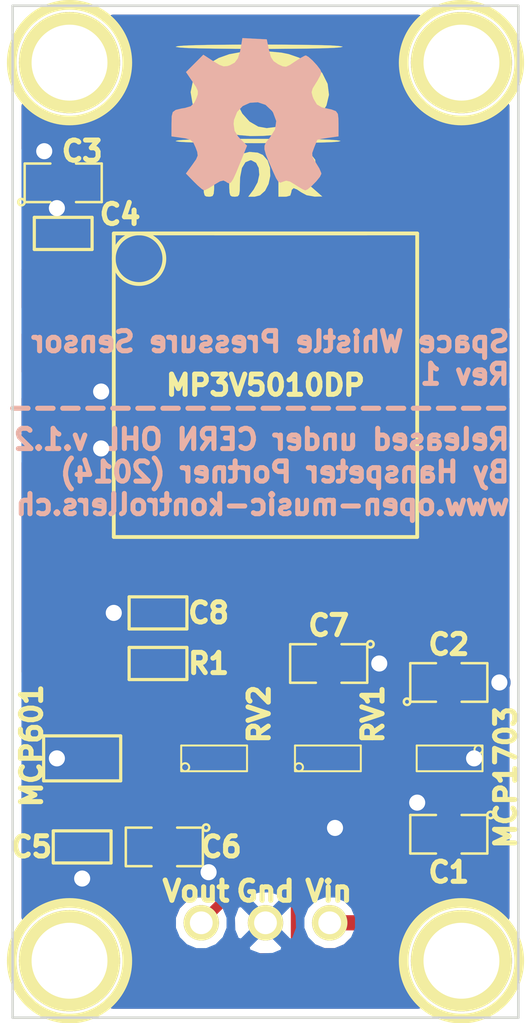
<source format=kicad_pcb>
(kicad_pcb (version 3) (host pcbnew "(2013-may-18)-stable")

  (general
    (links 31)
    (no_connects 0)
    (area 11.507112 9.91778 32.480501 53.433)
    (thickness 1.6)
    (drawings 10)
    (tracks 97)
    (zones 0)
    (modules 21)
    (nets 8)
  )

  (page User 431.8 279.4)
  (title_block 
    (title "Space Whistle Pressure Sensor")
    (rev 1)
    (company "by Open Music Kontrollers (http://open-music-kontrollers.ch)")
    (comment 1 "Released under CERN OHL v.1.2")
    (comment 2 "Copyright (c) 2014 Hanspeter Portner (dev@open-music-kontrollers.ch)")
  )

  (layers
    (15 F.Cu signal)
    (0 B.Cu signal)
    (16 B.Adhes user)
    (17 F.Adhes user)
    (18 B.Paste user)
    (19 F.Paste user)
    (20 B.SilkS user)
    (21 F.SilkS user)
    (22 B.Mask user)
    (23 F.Mask user)
    (24 Dwgs.User user)
    (25 Cmts.User user)
    (26 Eco1.User user)
    (27 Eco2.User user)
    (28 Edge.Cuts user)
  )

  (setup
    (last_trace_width 0.4)
    (trace_clearance 0.254)
    (zone_clearance 0.3)
    (zone_45_only no)
    (trace_min 0.254)
    (segment_width 0.2)
    (edge_width 0.1)
    (via_size 0.889)
    (via_drill 0.635)
    (via_min_size 0.889)
    (via_min_drill 0.508)
    (uvia_size 0.508)
    (uvia_drill 0.127)
    (uvias_allowed no)
    (uvia_min_size 0.508)
    (uvia_min_drill 0.127)
    (pcb_text_width 0.3)
    (pcb_text_size 1.5 1.5)
    (mod_edge_width 0.15)
    (mod_text_size 1 1)
    (mod_text_width 0.15)
    (pad_size 0.6 1.1)
    (pad_drill 0)
    (pad_to_mask_clearance 0)
    (pad_to_paste_clearance -0.0225)
    (pad_to_paste_clearance_ratio -0.05)
    (aux_axis_origin 12 12)
    (visible_elements FFFFFFBF)
    (pcbplotparams
      (layerselection 524288)
      (usegerberextensions false)
      (excludeedgelayer true)
      (linewidth 0.150000)
      (plotframeref false)
      (viasonmask false)
      (mode 1)
      (useauxorigin true)
      (hpglpennumber 1)
      (hpglpenspeed 20)
      (hpglpendiameter 15)
      (hpglpenoverlay 2)
      (psnegative false)
      (psa4output false)
      (plotreference true)
      (plotvalue true)
      (plotothertext true)
      (plotinvisibletext false)
      (padsonsilk false)
      (subtractmaskfromsilk false)
      (outputformat 3)
      (mirror false)
      (drillshape 0)
      (scaleselection 1)
      (outputdirectory release/))
  )

  (net 0 "")
  (net 1 +3.3V)
  (net 2 +5V)
  (net 3 GND)
  (net 4 N-000001)
  (net 5 N-000003)
  (net 6 N-000005)
  (net 7 N-000006)

  (net_class Default "Dies ist die voreingestellte Netzklasse."
    (clearance 0.254)
    (trace_width 0.4)
    (via_dia 0.889)
    (via_drill 0.635)
    (uvia_dia 0.508)
    (uvia_drill 0.127)
    (add_net "")
    (add_net GND)
    (add_net N-000001)
    (add_net N-000003)
    (add_net N-000005)
    (add_net N-000006)
  )

  (net_class Vcc ""
    (clearance 0.254)
    (trace_width 0.6)
    (via_dia 0.889)
    (via_drill 0.635)
    (uvia_dia 0.508)
    (uvia_drill 0.127)
    (add_net +3.3V)
    (add_net +5V)
  )

  (module 1351 (layer F.Cu) (tedit 53D7B493) (tstamp 53D7B876)
    (at 22 27)
    (path /53D7AFCF)
    (fp_text reference S1 (at 0 0) (layer F.SilkS) hide
      (effects (font (size 1 1) (thickness 0.15)))
    )
    (fp_text value MP3V5010DP (at 0 0) (layer F.SilkS)
      (effects (font (size 0.8 0.8) (thickness 0.2)))
    )
    (fp_circle (center -5 -5) (end -5 -4) (layer F.SilkS) (width 0.15))
    (fp_line (start -5 -10) (end -3 -12) (layer Dwgs.User) (width 0.15))
    (fp_line (start -3 -12) (end -1 -10) (layer Dwgs.User) (width 0.15))
    (fp_line (start -1 -10) (end -2 -10) (layer Dwgs.User) (width 0.15))
    (fp_line (start -2 -10) (end -2 -6) (layer Dwgs.User) (width 0.15))
    (fp_line (start -2 -6) (end 4 -6) (layer F.SilkS) (width 0.15))
    (fp_line (start 4 -6) (end 4 -10) (layer Dwgs.User) (width 0.15))
    (fp_line (start 4 -10) (end 5 -10) (layer Dwgs.User) (width 0.15))
    (fp_line (start 5 -10) (end 3 -12) (layer Dwgs.User) (width 0.15))
    (fp_line (start 3 -12) (end 1 -10) (layer Dwgs.User) (width 0.15))
    (fp_line (start 1 -10) (end 2 -10) (layer Dwgs.User) (width 0.15))
    (fp_line (start 2 -10) (end 2 -6) (layer Dwgs.User) (width 0.15))
    (fp_line (start -4 -6) (end -4 -10) (layer Dwgs.User) (width 0.15))
    (fp_line (start -4 -10) (end -5 -10) (layer Dwgs.User) (width 0.15))
    (fp_line (start -6 -6) (end -6 6) (layer F.SilkS) (width 0.15))
    (fp_line (start -6 6) (end 6 6) (layer F.SilkS) (width 0.15))
    (fp_line (start 6 6) (end 6 -6) (layer F.SilkS) (width 0.15))
    (fp_line (start 6 -6) (end -6 -6) (layer F.SilkS) (width 0.15))
    (pad 1 smd rect (at -8.38 -3.81) (size 2.54 1.52)
      (layers F.Cu F.Paste F.Mask)
    )
    (pad 2 smd rect (at -8.38 -1.27) (size 2.54 1.52)
      (layers F.Cu F.Paste F.Mask)
      (net 1 +3.3V)
    )
    (pad 3 smd rect (at -8.38 1.27) (size 2.54 1.52)
      (layers F.Cu F.Paste F.Mask)
      (net 3 GND)
    )
    (pad 4 smd rect (at -8.38 3.81) (size 2.54 1.52)
      (layers F.Cu F.Paste F.Mask)
      (net 5 N-000003)
    )
    (pad 5 smd rect (at 8.38 3.81) (size 2.54 1.52)
      (layers F.Cu F.Paste F.Mask)
    )
    (pad 6 smd rect (at 8.38 1.27) (size 2.54 1.52)
      (layers F.Cu F.Paste F.Mask)
    )
    (pad 7 smd rect (at 8.38 -1.27) (size 2.54 1.52)
      (layers F.Cu F.Paste F.Mask)
    )
    (pad 8 smd rect (at 8.38 -3.81) (size 2.54 1.52)
      (layers F.Cu F.Paste F.Mask)
    )
  )

  (module SOT23-5 (layer F.Cu) (tedit 53D790C5) (tstamp 53D37949)
    (at 14.75 41.75 180)
    (path /53D64AE6)
    (attr smd)
    (fp_text reference U2 (at 2.19964 -0.29972 270) (layer F.SilkS) hide
      (effects (font (size 0.8 0.8) (thickness 0.2)))
    )
    (fp_text value MCP601 (at 2 0.5 270) (layer F.SilkS)
      (effects (font (size 0.8 0.8) (thickness 0.2)))
    )
    (fp_line (start 1.524 -0.889) (end 1.524 0.889) (layer F.SilkS) (width 0.127))
    (fp_line (start 1.524 0.889) (end -1.524 0.889) (layer F.SilkS) (width 0.127))
    (fp_line (start -1.524 0.889) (end -1.524 -0.889) (layer F.SilkS) (width 0.127))
    (fp_line (start -1.524 -0.889) (end 1.524 -0.889) (layer F.SilkS) (width 0.127))
    (pad 6 smd rect (at -0.95 1.4 180) (size 0.6 1.1)
      (layers F.Cu F.Paste F.Mask)
      (net 6 N-000005)
    )
    (pad 3 smd rect (at 0.95 1.4 180) (size 0.6 1.1)
      (layers F.Cu F.Paste F.Mask)
      (net 5 N-000003)
    )
    (pad 7 smd rect (at -0.95 -1.4 180) (size 0.6 1.1)
      (layers F.Cu F.Paste F.Mask)
      (net 1 +3.3V)
    )
    (pad 4 smd rect (at 0 1.4 180) (size 0.6 1.1)
      (layers F.Cu F.Paste F.Mask)
      (net 3 GND)
    )
    (pad 2 smd rect (at 0.95 -1.4 180) (size 0.6 1.1)
      (layers F.Cu F.Paste F.Mask)
      (net 7 N-000006)
    )
    (model smd/SOT23_5.wrl
      (at (xyz 0 0 0))
      (scale (xyz 0.1 0.1 0.1))
      (rotate (xyz 0 0 0))
    )
  )

  (module SIL-3 (layer F.Cu) (tedit 53D66564) (tstamp 53CE9FBA)
    (at 22 48.25 180)
    (descr "Connecteur 3 pins")
    (tags "CONN DEV")
    (path /53CE9026)
    (fp_text reference K1 (at 0 -2.54 180) (layer F.SilkS) hide
      (effects (font (size 1.7907 1.07696) (thickness 0.26924)))
    )
    (fp_text value CONN_3 (at 0 -2.54 180) (layer F.SilkS) hide
      (effects (font (size 1.524 1.016) (thickness 0.3048)))
    )
    (pad 1 thru_hole circle (at -2.54 0 180) (size 1.4 1.4) (drill 0.9)
      (layers *.Cu *.Mask F.SilkS)
      (net 2 +5V)
    )
    (pad 2 thru_hole circle (at 0 0 180) (size 1.4 1.4) (drill 0.9)
      (layers *.Cu *.Mask F.SilkS)
      (net 3 GND)
    )
    (pad 3 thru_hole circle (at 2.54 0 180) (size 1.4 1.4) (drill 0.9)
      (layers *.Cu *.Mask F.SilkS)
      (net 6 N-000005)
    )
  )

  (module SOT23 (layer F.Cu) (tedit 53D6AFDC) (tstamp 53CE9F2B)
    (at 29.25 41.75 180)
    (tags SOT23)
    (path /53CE8DFC)
    (fp_text reference U1 (at 1.99898 -0.09906 270) (layer F.SilkS) hide
      (effects (font (size 0.8 0.8) (thickness 0.2)))
    )
    (fp_text value MCP1703 (at -2.25 -0.75 270) (layer F.SilkS)
      (effects (font (size 0.8 0.8) (thickness 0.2)))
    )
    (fp_circle (center -1.17602 0.35052) (end -1.30048 0.44958) (layer F.SilkS) (width 0.07874))
    (fp_line (start 1.27 -0.508) (end 1.27 0.508) (layer F.SilkS) (width 0.07874))
    (fp_line (start -1.3335 -0.508) (end -1.3335 0.508) (layer F.SilkS) (width 0.07874))
    (fp_line (start 1.27 0.508) (end -1.3335 0.508) (layer F.SilkS) (width 0.07874))
    (fp_line (start -1.3335 -0.508) (end 1.27 -0.508) (layer F.SilkS) (width 0.07874))
    (pad 1 smd rect (at 0 -1.09982 180) (size 0.8001 1.00076)
      (layers F.Cu F.Paste F.Mask)
      (net 2 +5V)
    )
    (pad 2 smd rect (at 0.9525 1.09982 180) (size 0.8001 1.00076)
      (layers F.Cu F.Paste F.Mask)
      (net 1 +3.3V)
    )
    (pad 3 smd rect (at -0.9525 1.09982 180) (size 0.8001 1.00076)
      (layers F.Cu F.Paste F.Mask)
      (net 3 GND)
    )
    (model smd\SOT23_3.wrl
      (at (xyz 0 0 0))
      (scale (xyz 0.4 0.4 0.4))
      (rotate (xyz 0 0 180))
    )
  )

  (module SM0805 (layer F.Cu) (tedit 53D7BC9A) (tstamp 53CE9F76)
    (at 24.5 38 180)
    (path /53CE912B)
    (attr smd)
    (fp_text reference C7 (at 0 1.5 180) (layer F.SilkS)
      (effects (font (size 0.8 0.8) (thickness 0.2)))
    )
    (fp_text value 1uF (at 0 0.381 180) (layer F.SilkS) hide
      (effects (font (size 0.8 0.8) (thickness 0.2)))
    )
    (fp_circle (center -1.651 0.762) (end -1.651 0.635) (layer F.SilkS) (width 0.09906))
    (fp_line (start -0.508 0.762) (end -1.524 0.762) (layer F.SilkS) (width 0.09906))
    (fp_line (start -1.524 0.762) (end -1.524 -0.762) (layer F.SilkS) (width 0.09906))
    (fp_line (start -1.524 -0.762) (end -0.508 -0.762) (layer F.SilkS) (width 0.09906))
    (fp_line (start 0.508 -0.762) (end 1.524 -0.762) (layer F.SilkS) (width 0.09906))
    (fp_line (start 1.524 -0.762) (end 1.524 0.762) (layer F.SilkS) (width 0.09906))
    (fp_line (start 1.524 0.762) (end 0.508 0.762) (layer F.SilkS) (width 0.09906))
    (pad 1 smd rect (at -0.9525 0 180) (size 0.889 1.397)
      (layers F.Cu F.Paste F.Mask)
      (net 3 GND)
    )
    (pad 2 smd rect (at 0.9525 0 180) (size 0.889 1.397)
      (layers F.Cu F.Paste F.Mask)
      (net 4 N-000001)
    )
    (model smd/chip_cms.wrl
      (at (xyz 0 0 0))
      (scale (xyz 0.1 0.1 0.1))
      (rotate (xyz 0 0 0))
    )
  )

  (module SM0805 (layer F.Cu) (tedit 53D7C2A7) (tstamp 53D6BACD)
    (at 14 19)
    (path /53CE9158)
    (attr smd)
    (fp_text reference C3 (at 0.75 -1.25) (layer F.SilkS)
      (effects (font (size 0.8 0.8) (thickness 0.2)))
    )
    (fp_text value 1uF (at 0 0.381 90) (layer F.SilkS) hide
      (effects (font (size 0.8 0.8) (thickness 0.2)))
    )
    (fp_circle (center -1.651 0.762) (end -1.651 0.635) (layer F.SilkS) (width 0.09906))
    (fp_line (start -0.508 0.762) (end -1.524 0.762) (layer F.SilkS) (width 0.09906))
    (fp_line (start -1.524 0.762) (end -1.524 -0.762) (layer F.SilkS) (width 0.09906))
    (fp_line (start -1.524 -0.762) (end -0.508 -0.762) (layer F.SilkS) (width 0.09906))
    (fp_line (start 0.508 -0.762) (end 1.524 -0.762) (layer F.SilkS) (width 0.09906))
    (fp_line (start 1.524 -0.762) (end 1.524 0.762) (layer F.SilkS) (width 0.09906))
    (fp_line (start 1.524 0.762) (end 0.508 0.762) (layer F.SilkS) (width 0.09906))
    (pad 1 smd rect (at -0.9525 0) (size 0.889 1.397)
      (layers F.Cu F.Paste F.Mask)
      (net 3 GND)
    )
    (pad 2 smd rect (at 0.9525 0) (size 0.889 1.397)
      (layers F.Cu F.Paste F.Mask)
      (net 1 +3.3V)
    )
    (model smd/chip_cms.wrl
      (at (xyz 0 0 0))
      (scale (xyz 0.1 0.1 0.1))
      (rotate (xyz 0 0 0))
    )
  )

  (module SM0805 (layer F.Cu) (tedit 53D7BCB2) (tstamp 53D6BAA3)
    (at 18 45.25 180)
    (path /53CE9167)
    (attr smd)
    (fp_text reference C6 (at -2.25 0 180) (layer F.SilkS)
      (effects (font (size 0.8 0.8) (thickness 0.2)))
    )
    (fp_text value 1uF (at 0 0.381 180) (layer F.SilkS) hide
      (effects (font (size 0.8 0.8) (thickness 0.2)))
    )
    (fp_circle (center -1.651 0.762) (end -1.651 0.635) (layer F.SilkS) (width 0.09906))
    (fp_line (start -0.508 0.762) (end -1.524 0.762) (layer F.SilkS) (width 0.09906))
    (fp_line (start -1.524 0.762) (end -1.524 -0.762) (layer F.SilkS) (width 0.09906))
    (fp_line (start -1.524 -0.762) (end -0.508 -0.762) (layer F.SilkS) (width 0.09906))
    (fp_line (start 0.508 -0.762) (end 1.524 -0.762) (layer F.SilkS) (width 0.09906))
    (fp_line (start 1.524 -0.762) (end 1.524 0.762) (layer F.SilkS) (width 0.09906))
    (fp_line (start 1.524 0.762) (end 0.508 0.762) (layer F.SilkS) (width 0.09906))
    (pad 1 smd rect (at -0.9525 0 180) (size 0.889 1.397)
      (layers F.Cu F.Paste F.Mask)
      (net 3 GND)
    )
    (pad 2 smd rect (at 0.9525 0 180) (size 0.889 1.397)
      (layers F.Cu F.Paste F.Mask)
      (net 1 +3.3V)
    )
    (model smd/chip_cms.wrl
      (at (xyz 0 0 0))
      (scale (xyz 0.1 0.1 0.1))
      (rotate (xyz 0 0 0))
    )
  )

  (module SM0603 (layer F.Cu) (tedit 53D7C2AC) (tstamp 53CE9F9A)
    (at 14 21)
    (path /53CE8FCC)
    (attr smd)
    (fp_text reference C4 (at 2.25 -0.75) (layer F.SilkS)
      (effects (font (size 0.8 0.8) (thickness 0.2)))
    )
    (fp_text value 0.1uF (at 0 0) (layer F.SilkS) hide
      (effects (font (size 0.508 0.4572) (thickness 0.1143)))
    )
    (fp_line (start -1.143 -0.635) (end 1.143 -0.635) (layer F.SilkS) (width 0.127))
    (fp_line (start 1.143 -0.635) (end 1.143 0.635) (layer F.SilkS) (width 0.127))
    (fp_line (start 1.143 0.635) (end -1.143 0.635) (layer F.SilkS) (width 0.127))
    (fp_line (start -1.143 0.635) (end -1.143 -0.635) (layer F.SilkS) (width 0.127))
    (pad 1 smd rect (at -0.762 0) (size 0.635 1.143)
      (layers F.Cu F.Paste F.Mask)
      (net 3 GND)
    )
    (pad 2 smd rect (at 0.762 0) (size 0.635 1.143)
      (layers F.Cu F.Paste F.Mask)
      (net 1 +3.3V)
    )
    (model smd\resistors\R0603.wrl
      (at (xyz 0 0 0.001))
      (scale (xyz 0.5 0.5 0.5))
      (rotate (xyz 0 0 0))
    )
  )

  (module SM0603 (layer F.Cu) (tedit 53D7BCBB) (tstamp 53D37927)
    (at 14.75 45.25)
    (path /53CE8FEF)
    (attr smd)
    (fp_text reference C5 (at -2 0) (layer F.SilkS)
      (effects (font (size 0.8 0.8) (thickness 0.2)))
    )
    (fp_text value 0.1uF (at 0 0) (layer F.SilkS) hide
      (effects (font (size 0.508 0.4572) (thickness 0.1143)))
    )
    (fp_line (start -1.143 -0.635) (end 1.143 -0.635) (layer F.SilkS) (width 0.127))
    (fp_line (start 1.143 -0.635) (end 1.143 0.635) (layer F.SilkS) (width 0.127))
    (fp_line (start 1.143 0.635) (end -1.143 0.635) (layer F.SilkS) (width 0.127))
    (fp_line (start -1.143 0.635) (end -1.143 -0.635) (layer F.SilkS) (width 0.127))
    (pad 1 smd rect (at -0.762 0) (size 0.635 1.143)
      (layers F.Cu F.Paste F.Mask)
      (net 3 GND)
    )
    (pad 2 smd rect (at 0.762 0) (size 0.635 1.143)
      (layers F.Cu F.Paste F.Mask)
      (net 1 +3.3V)
    )
    (model smd\resistors\R0603.wrl
      (at (xyz 0 0 0.001))
      (scale (xyz 0.5 0.5 0.5))
      (rotate (xyz 0 0 0))
    )
  )

  (module SM0603 (layer F.Cu) (tedit 53D7C2B3) (tstamp 53D7B9E4)
    (at 17.75 38 180)
    (path /53CE90E8)
    (attr smd)
    (fp_text reference R1 (at -2 0 180) (layer F.SilkS)
      (effects (font (size 0.8 0.8) (thickness 0.2)))
    )
    (fp_text value 20k (at 0 0 180) (layer F.SilkS) hide
      (effects (font (size 0.508 0.4572) (thickness 0.1143)))
    )
    (fp_line (start -1.143 -0.635) (end 1.143 -0.635) (layer F.SilkS) (width 0.127))
    (fp_line (start 1.143 -0.635) (end 1.143 0.635) (layer F.SilkS) (width 0.127))
    (fp_line (start 1.143 0.635) (end -1.143 0.635) (layer F.SilkS) (width 0.127))
    (fp_line (start -1.143 0.635) (end -1.143 -0.635) (layer F.SilkS) (width 0.127))
    (pad 1 smd rect (at -0.762 0 180) (size 0.635 1.143)
      (layers F.Cu F.Paste F.Mask)
      (net 4 N-000001)
    )
    (pad 2 smd rect (at 0.762 0 180) (size 0.635 1.143)
      (layers F.Cu F.Paste F.Mask)
      (net 7 N-000006)
    )
    (model smd\resistors\R0603.wrl
      (at (xyz 0 0 0.001))
      (scale (xyz 0.5 0.5 0.5))
      (rotate (xyz 0 0 0))
    )
  )

  (module SMT_TRIMPOT (layer F.Cu) (tedit 53D66191) (tstamp 53CE9F43)
    (at 24.5 41.75)
    (tags SOT23)
    (path /53CE9085)
    (fp_text reference RV1 (at 1.75 -1.75 90) (layer F.SilkS)
      (effects (font (size 0.8 0.8) (thickness 0.2)))
    )
    (fp_text value 500 (at 0.0635 0) (layer F.SilkS) hide
      (effects (font (size 0.8 0.8) (thickness 0.2)))
    )
    (fp_circle (center -1.17602 0.35052) (end -1.30048 0.44958) (layer F.SilkS) (width 0.07874))
    (fp_line (start 1.27 -0.508) (end 1.27 0.508) (layer F.SilkS) (width 0.07874))
    (fp_line (start -1.3335 -0.508) (end -1.3335 0.508) (layer F.SilkS) (width 0.07874))
    (fp_line (start 1.27 0.508) (end -1.3335 0.508) (layer F.SilkS) (width 0.07874))
    (fp_line (start -1.3335 -0.508) (end 1.27 -0.508) (layer F.SilkS) (width 0.07874))
    (pad 2 smd rect (at 0 -1.65) (size 1.6 1.5)
      (layers F.Cu F.Paste F.Mask)
      (net 4 N-000001)
    )
    (pad 3 smd rect (at 1 1.6) (size 1.2 1.2)
      (layers F.Cu F.Paste F.Mask)
      (net 3 GND)
    )
    (pad 1 smd rect (at -1 1.6) (size 1.2 1.2)
      (layers F.Cu F.Paste F.Mask)
      (net 1 +3.3V)
    )
    (model smd\SOT23_3.wrl
      (at (xyz 0 0 0))
      (scale (xyz 0.4 0.4 0.4))
      (rotate (xyz 0 0 180))
    )
  )

  (module SMT_TRIMPOT (layer F.Cu) (tedit 53D6618E) (tstamp 53D3796B)
    (at 20 41.75)
    (tags SOT23)
    (path /53CE90BC)
    (fp_text reference RV2 (at 1.75 -1.75 90) (layer F.SilkS)
      (effects (font (size 0.8 0.8) (thickness 0.2)))
    )
    (fp_text value 20k (at 0.0635 0) (layer F.SilkS) hide
      (effects (font (size 0.8 0.8) (thickness 0.2)))
    )
    (fp_circle (center -1.17602 0.35052) (end -1.30048 0.44958) (layer F.SilkS) (width 0.07874))
    (fp_line (start 1.27 -0.508) (end 1.27 0.508) (layer F.SilkS) (width 0.07874))
    (fp_line (start -1.3335 -0.508) (end -1.3335 0.508) (layer F.SilkS) (width 0.07874))
    (fp_line (start 1.27 0.508) (end -1.3335 0.508) (layer F.SilkS) (width 0.07874))
    (fp_line (start -1.3335 -0.508) (end 1.27 -0.508) (layer F.SilkS) (width 0.07874))
    (pad 2 smd rect (at 0 -1.65) (size 1.6 1.5)
      (layers F.Cu F.Paste F.Mask)
      (net 6 N-000005)
    )
    (pad 3 smd rect (at 1 1.6) (size 1.2 1.2)
      (layers F.Cu F.Paste F.Mask)
      (net 6 N-000005)
    )
    (pad 1 smd rect (at -1 1.6) (size 1.2 1.2)
      (layers F.Cu F.Paste F.Mask)
      (net 7 N-000006)
    )
    (model smd\SOT23_3.wrl
      (at (xyz 0 0 0))
      (scale (xyz 0.4 0.4 0.4))
      (rotate (xyz 0 0 180))
    )
  )

  (module SM0805 (layer F.Cu) (tedit 53D7BCC4) (tstamp 53D6BABF)
    (at 29.25 44.75 180)
    (path /53CE8F5B)
    (attr smd)
    (fp_text reference C1 (at 0 -1.5 180) (layer F.SilkS)
      (effects (font (size 0.8 0.8) (thickness 0.2)))
    )
    (fp_text value 10uF (at 0 0.381 180) (layer F.SilkS) hide
      (effects (font (size 0.8 0.8) (thickness 0.2)))
    )
    (fp_circle (center -1.651 0.762) (end -1.651 0.635) (layer F.SilkS) (width 0.09906))
    (fp_line (start -0.508 0.762) (end -1.524 0.762) (layer F.SilkS) (width 0.09906))
    (fp_line (start -1.524 0.762) (end -1.524 -0.762) (layer F.SilkS) (width 0.09906))
    (fp_line (start -1.524 -0.762) (end -0.508 -0.762) (layer F.SilkS) (width 0.09906))
    (fp_line (start 0.508 -0.762) (end 1.524 -0.762) (layer F.SilkS) (width 0.09906))
    (fp_line (start 1.524 -0.762) (end 1.524 0.762) (layer F.SilkS) (width 0.09906))
    (fp_line (start 1.524 0.762) (end 0.508 0.762) (layer F.SilkS) (width 0.09906))
    (pad 1 smd rect (at -0.9525 0 180) (size 0.889 1.397)
      (layers F.Cu F.Paste F.Mask)
      (net 2 +5V)
    )
    (pad 2 smd rect (at 0.9525 0 180) (size 0.889 1.397)
      (layers F.Cu F.Paste F.Mask)
      (net 3 GND)
    )
    (model smd/chip_cms.wrl
      (at (xyz 0 0 0))
      (scale (xyz 0.1 0.1 0.1))
      (rotate (xyz 0 0 0))
    )
  )

  (module SM0805 (layer F.Cu) (tedit 53D7BCCC) (tstamp 53CE9F69)
    (at 29.25 38.75)
    (path /53CE8F6A)
    (attr smd)
    (fp_text reference C2 (at 0 -1.5) (layer F.SilkS)
      (effects (font (size 0.8 0.8) (thickness 0.2)))
    )
    (fp_text value 10uF (at 0 0.381) (layer F.SilkS) hide
      (effects (font (size 0.8 0.8) (thickness 0.2)))
    )
    (fp_circle (center -1.651 0.762) (end -1.651 0.635) (layer F.SilkS) (width 0.09906))
    (fp_line (start -0.508 0.762) (end -1.524 0.762) (layer F.SilkS) (width 0.09906))
    (fp_line (start -1.524 0.762) (end -1.524 -0.762) (layer F.SilkS) (width 0.09906))
    (fp_line (start -1.524 -0.762) (end -0.508 -0.762) (layer F.SilkS) (width 0.09906))
    (fp_line (start 0.508 -0.762) (end 1.524 -0.762) (layer F.SilkS) (width 0.09906))
    (fp_line (start 1.524 -0.762) (end 1.524 0.762) (layer F.SilkS) (width 0.09906))
    (fp_line (start 1.524 0.762) (end 0.508 0.762) (layer F.SilkS) (width 0.09906))
    (pad 1 smd rect (at -0.9525 0) (size 0.889 1.397)
      (layers F.Cu F.Paste F.Mask)
      (net 1 +3.3V)
    )
    (pad 2 smd rect (at 0.9525 0) (size 0.889 1.397)
      (layers F.Cu F.Paste F.Mask)
      (net 3 GND)
    )
    (model smd/chip_cms.wrl
      (at (xyz 0 0 0))
      (scale (xyz 0.1 0.1 0.1))
      (rotate (xyz 0 0 0))
    )
  )

  (module 1pin (layer F.Cu) (tedit 53D6578F) (tstamp 53D6B83F)
    (at 29.75 14.25)
    (descr "module 1 pin (ou trou mecanique de percage)")
    (tags DEV)
    (path 1pin)
    (fp_text reference 1PIN (at 0 -3.048) (layer F.SilkS) hide
      (effects (font (size 1.016 1.016) (thickness 0.254)))
    )
    (fp_text value P*** (at 0 2.794) (layer F.SilkS) hide
      (effects (font (size 1.016 1.016) (thickness 0.254)))
    )
    (fp_circle (center 0 0) (end 0 -2.286) (layer F.SilkS) (width 0.381))
    (pad "" thru_hole circle (at 0 0) (size 4 4) (drill 3)
      (layers *.Cu *.Mask F.SilkS)
    )
  )

  (module 1pin (layer F.Cu) (tedit 53D6578C) (tstamp 53D6B85E)
    (at 14.25 14.25)
    (descr "module 1 pin (ou trou mecanique de percage)")
    (tags DEV)
    (path 1pin)
    (fp_text reference 1PIN (at 0 -3.048) (layer F.SilkS) hide
      (effects (font (size 1.016 1.016) (thickness 0.254)))
    )
    (fp_text value P*** (at 0 2.794) (layer F.SilkS) hide
      (effects (font (size 1.016 1.016) (thickness 0.254)))
    )
    (fp_circle (center 0 0) (end 0 -2.286) (layer F.SilkS) (width 0.381))
    (pad "" thru_hole circle (at 0 0) (size 4 4) (drill 3)
      (layers *.Cu *.Mask F.SilkS)
    )
  )

  (module 1pin (layer F.Cu) (tedit 53D65795) (tstamp 53D6B886)
    (at 14.25 49.75)
    (descr "module 1 pin (ou trou mecanique de percage)")
    (tags DEV)
    (path 1pin)
    (fp_text reference 1PIN (at 0 -3.048) (layer F.SilkS) hide
      (effects (font (size 1.016 1.016) (thickness 0.254)))
    )
    (fp_text value P*** (at 0 2.794) (layer F.SilkS) hide
      (effects (font (size 1.016 1.016) (thickness 0.254)))
    )
    (fp_circle (center 0 0) (end 0 -2.286) (layer F.SilkS) (width 0.381))
    (pad "" thru_hole circle (at 0 0) (size 4 4) (drill 3)
      (layers *.Cu *.Mask F.SilkS)
    )
  )

  (module 1pin (layer F.Cu) (tedit 53D65792) (tstamp 53D6B891)
    (at 29.75 49.75)
    (descr "module 1 pin (ou trou mecanique de percage)")
    (tags DEV)
    (path 1pin)
    (fp_text reference 1PIN (at 0 -3.048) (layer F.SilkS) hide
      (effects (font (size 1.016 1.016) (thickness 0.254)))
    )
    (fp_text value P*** (at 0 2.794) (layer F.SilkS) hide
      (effects (font (size 1.016 1.016) (thickness 0.254)))
    )
    (fp_circle (center 0 0) (end 0 -2.286) (layer F.SilkS) (width 0.381))
    (pad "" thru_hole circle (at 0 0) (size 4 4) (drill 3)
      (layers *.Cu *.Mask F.SilkS)
    )
  )

  (module SM0603 (layer F.Cu) (tedit 53D7C2B1) (tstamp 53D7B0B3)
    (at 17.75 36 180)
    (path /53D7AFEF)
    (attr smd)
    (fp_text reference C8 (at -2 0 180) (layer F.SilkS)
      (effects (font (size 0.8 0.8) (thickness 0.2)))
    )
    (fp_text value 470pF (at 0 0 180) (layer F.SilkS) hide
      (effects (font (size 0.508 0.4572) (thickness 0.1143)))
    )
    (fp_line (start -1.143 -0.635) (end 1.143 -0.635) (layer F.SilkS) (width 0.127))
    (fp_line (start 1.143 -0.635) (end 1.143 0.635) (layer F.SilkS) (width 0.127))
    (fp_line (start 1.143 0.635) (end -1.143 0.635) (layer F.SilkS) (width 0.127))
    (fp_line (start -1.143 0.635) (end -1.143 -0.635) (layer F.SilkS) (width 0.127))
    (pad 1 smd rect (at -0.762 0 180) (size 0.635 1.143)
      (layers F.Cu F.Paste F.Mask)
      (net 5 N-000003)
    )
    (pad 2 smd rect (at 0.762 0 180) (size 0.635 1.143)
      (layers F.Cu F.Paste F.Mask)
      (net 3 GND)
    )
    (model smd\resistors\R0603.wrl
      (at (xyz 0 0 0.001))
      (scale (xyz 0.5 0.5 0.5))
      (rotate (xyz 0 0 0))
    )
  )

  (module OSHW_LOGO (layer B.Cu) (tedit 0) (tstamp 53D7CD50)
    (at 21.5 16.25)
    (fp_text reference G*** (at 0 -5.16382) (layer B.SilkS) hide
      (effects (font (size 1.524 1.524) (thickness 0.3048)) (justify mirror))
    )
    (fp_text value OSHW_LOGO (at 0 5.16382) (layer B.SilkS) hide
      (effects (font (size 1.524 1.524) (thickness 0.3048)) (justify mirror))
    )
    (fp_poly (pts (xy 3.38836 0.9144) (xy 2.96418 0.97282) (xy 2.72288 1.01092) (xy 2.57048 1.04394)
      (xy 2.54 1.05664) (xy 2.51206 1.14046) (xy 2.4384 1.32334) (xy 2.41808 1.37414)
      (xy 2.3495 1.56972) (xy 2.35458 1.7145) (xy 2.44856 1.88976) (xy 2.5019 1.97104)
      (xy 2.63144 2.1844) (xy 2.70256 2.35458) (xy 2.71018 2.39268) (xy 2.65176 2.5146)
      (xy 2.50952 2.68986) (xy 2.33172 2.8702) (xy 2.16916 3.00482) (xy 2.07518 3.048)
      (xy 1.96596 3.00228) (xy 1.77546 2.89052) (xy 1.68402 2.82956) (xy 1.46558 2.69748)
      (xy 1.31572 2.66446) (xy 1.1938 2.7051) (xy 1.08712 2.7432) (xy 1.00584 2.7051)
      (xy 0.91694 2.56286) (xy 0.81534 2.34188) (xy 0.63246 1.92532) (xy 0.51562 1.63322)
      (xy 0.45974 1.42748) (xy 0.46228 1.28016) (xy 0.51816 1.1557) (xy 0.62484 1.02108)
      (xy 0.66294 0.9779) (xy 0.87884 0.64008) (xy 0.92456 0.30734) (xy 0.8001 -0.02794)
      (xy 0.75692 -0.09144) (xy 0.50038 -0.33274) (xy 0.19812 -0.43434) (xy -0.1143 -0.41402)
      (xy -0.39878 -0.28448) (xy -0.6223 -0.05334) (xy -0.74676 0.26162) (xy -0.762 0.42672)
      (xy -0.7239 0.69342) (xy -0.58166 0.92202) (xy -0.4953 1.016) (xy -0.2286 1.2827)
      (xy -0.508 1.97358) (xy -0.66548 2.35712) (xy -0.77978 2.6035) (xy -0.86614 2.73304)
      (xy -0.9398 2.77368) (xy -1.01854 2.74066) (xy -1.0541 2.71018) (xy -1.16078 2.65938)
      (xy -1.2954 2.68986) (xy -1.50876 2.81432) (xy -1.52146 2.82448) (xy -1.73482 2.95656)
      (xy -1.88976 3.0353) (xy -1.92786 3.048) (xy -2.02184 2.99212) (xy -2.18694 2.84734)
      (xy -2.32156 2.71526) (xy -2.64668 2.38252) (xy -2.39014 2.032) (xy -2.24282 1.82118)
      (xy -2.18186 1.67386) (xy -2.19964 1.52654) (xy -2.26314 1.35636) (xy -2.35458 1.1557)
      (xy -2.46888 1.04902) (xy -2.66446 0.99314) (xy -2.80416 0.97282) (xy -3.21818 0.9144)
      (xy -3.21564 0.41148) (xy -3.21056 0.12192) (xy -3.16738 -0.04572) (xy -3.05054 -0.13208)
      (xy -2.8194 -0.18796) (xy -2.68732 -0.20828) (xy -2.45364 -0.27686) (xy -2.31394 -0.4191)
      (xy -2.24282 -0.56134) (xy -2.17678 -0.74422) (xy -2.17424 -0.88138) (xy -2.24282 -1.03632)
      (xy -2.38252 -1.2446) (xy -2.64414 -1.62814) (xy -2.30124 -1.97104) (xy -1.95834 -2.31394)
      (xy -1.5621 -2.0574) (xy -1.3208 -1.91008) (xy -1.1557 -1.85166) (xy -1.00584 -1.86436)
      (xy -0.91186 -1.89484) (xy -0.71882 -1.99898) (xy -0.59182 -2.16662) (xy -0.50546 -2.44094)
      (xy -0.46482 -2.64922) (xy -0.41402 -2.9718) (xy 0.06858 -2.9464) (xy 0.55118 -2.921)
      (xy 0.63754 -2.49682) (xy 0.7112 -2.22504) (xy 0.81788 -2.05994) (xy 0.99314 -1.94056)
      (xy 1.01092 -1.9304) (xy 1.18364 -1.85166) (xy 1.31318 -1.83896) (xy 1.4605 -1.905)
      (xy 1.65862 -2.03708) (xy 1.87706 -2.17932) (xy 2.04216 -2.26822) (xy 2.0955 -2.286)
      (xy 2.20472 -2.22504) (xy 2.36728 -2.08026) (xy 2.53746 -1.89484) (xy 2.667 -1.72466)
      (xy 2.71018 -1.6256) (xy 2.667 -1.49606) (xy 2.55524 -1.29032) (xy 2.49428 -1.1938)
      (xy 2.36474 -0.98298) (xy 2.32156 -0.83312) (xy 2.35966 -0.6731) (xy 2.4003 -0.56896)
      (xy 2.53238 -0.34544) (xy 2.72542 -0.23368) (xy 2.8067 -0.21336) (xy 3.10896 -0.14986)
      (xy 3.28422 -0.08382) (xy 3.36296 0.0254) (xy 3.38582 0.2159) (xy 3.38836 0.42164)
      (xy 3.38836 0.9144) (xy 3.38836 0.9144)) (layer B.SilkS) (width 0.00254))
  )

  (module OMK_LOGO (layer F.Cu) (tedit 0) (tstamp 53D7CD75)
    (at 21.75 16.5)
    (fp_text reference G*** (at 0 4.14782) (layer F.SilkS) hide
      (effects (font (size 1.524 1.524) (thickness 0.3048)))
    )
    (fp_text value OMK_LOGO (at 0 -4.14782) (layer F.SilkS) hide
      (effects (font (size 1.524 1.524) (thickness 0.3048)))
    )
    (fp_poly (pts (xy 0.43942 2.23012) (xy 0.37084 2.54508) (xy 0.23368 2.81432) (xy 0.03302 2.99466)
      (xy -0.17526 3.048) (xy -0.4318 3.048) (xy -0.2159 2.76352) (xy -0.06096 2.47904)
      (xy 0.00508 2.18186) (xy -0.01778 1.91262) (xy -0.12192 1.70942) (xy -0.3048 1.61036)
      (xy -0.35052 1.60782) (xy -0.54356 1.68656) (xy -0.68072 1.91262) (xy -0.75184 2.2733)
      (xy -0.762 2.51714) (xy -0.76708 2.8067) (xy -0.78994 2.96418) (xy -0.84582 3.03276)
      (xy -0.94996 3.048) (xy -0.97282 3.048) (xy -1.07696 3.04038) (xy -1.13792 2.99974)
      (xy -1.17094 2.88798) (xy -1.18364 2.67462) (xy -1.18618 2.32918) (xy -1.18872 1.97866)
      (xy -1.20142 1.7653) (xy -1.23444 1.65608) (xy -1.2954 1.61544) (xy -1.37922 1.60782)
      (xy -1.56972 1.6383) (xy -1.6891 1.75006) (xy -1.75514 1.9685) (xy -1.778 2.31902)
      (xy -1.778 2.43078) (xy -1.78054 2.74828) (xy -1.79832 2.93116) (xy -1.8415 3.02006)
      (xy -1.92278 3.04546) (xy -1.98882 3.048) (xy -2.09296 3.04038) (xy -2.15392 2.99974)
      (xy -2.18694 2.88798) (xy -2.19964 2.67462) (xy -2.20218 2.32664) (xy -2.20218 2.32156)
      (xy -2.2098 1.97104) (xy -2.2352 1.67386) (xy -2.26822 1.48082) (xy -2.28092 1.4478)
      (xy -2.30886 1.3716) (xy -2.26822 1.32588) (xy -2.12852 1.30302) (xy -1.86182 1.29286)
      (xy -1.70942 1.29286) (xy -1.3843 1.30048) (xy -1.12268 1.32334) (xy -0.97028 1.36144)
      (xy -0.95758 1.36906) (xy -0.79248 1.39954) (xy -0.68834 1.3589) (xy -0.38354 1.27762)
      (xy -0.05588 1.3081) (xy 0.14732 1.39954) (xy 0.33528 1.61544) (xy 0.42926 1.905)
      (xy 0.43942 2.23012) (xy 0.43942 2.23012)) (layer F.SilkS) (width 0.00254))
    (fp_poly (pts (xy 2.49682 3.04038) (xy 2.19202 3.04546) (xy 1.87706 2.98958) (xy 1.66878 2.87782)
      (xy 1.49352 2.76098) (xy 1.36398 2.71018) (xy 1.36144 2.71018) (xy 1.28778 2.77876)
      (xy 1.27 2.87782) (xy 1.22936 3.00228) (xy 1.08204 3.04546) (xy 1.016 3.048)
      (xy 0.762 3.048) (xy 0.762 2.20726) (xy 0.75438 1.77292) (xy 0.72644 1.49098)
      (xy 0.68326 1.34874) (xy 0.65532 1.32588) (xy 0.65786 1.29794) (xy 0.79756 1.27762)
      (xy 0.86106 1.27508) (xy 1.0033 1.27508) (xy 1.09982 1.2954) (xy 1.16332 1.3716)
      (xy 1.2065 1.52654) (xy 1.2446 1.79324) (xy 1.29032 2.18694) (xy 1.31318 2.3876)
      (xy 1.54432 2.20218) (xy 1.73482 1.97104) (xy 1.76022 1.70688) (xy 1.64084 1.45288)
      (xy 1.55956 1.3208) (xy 1.5875 1.27508) (xy 1.75006 1.28016) (xy 1.78816 1.28524)
      (xy 2.0574 1.38176) (xy 2.21488 1.58496) (xy 2.2479 1.85928) (xy 2.1971 2.03962)
      (xy 2.0828 2.24282) (xy 1.9558 2.36982) (xy 1.89484 2.43332) (xy 1.92532 2.52222)
      (xy 2.06756 2.667) (xy 2.159 2.74574) (xy 2.49682 3.04038) (xy 2.49682 3.04038)) (layer F.SilkS) (width 0.00254))
    (fp_poly (pts (xy 3.21818 0.84582) (xy 3.13182 0.87122) (xy 2.8829 0.89154) (xy 2.47396 0.90678)
      (xy 1.905 0.91948) (xy 1.18364 0.9271) (xy 0.31242 0.92964) (xy -0.04318 0.93218)
      (xy -0.96774 0.92964) (xy -1.74498 0.92202) (xy -2.36982 0.91186) (xy -2.83718 0.89662)
      (xy -3.14706 0.87884) (xy -3.29184 0.85598) (xy -3.302 0.84582) (xy -3.21818 0.82296)
      (xy -2.96926 0.80264) (xy -2.55778 0.78486) (xy -1.99136 0.7747) (xy -1.26746 0.76454)
      (xy -0.39624 0.762) (xy -0.04318 0.762) (xy 0.88138 0.76454) (xy 1.65862 0.76962)
      (xy 2.28346 0.77978) (xy 2.75336 0.79502) (xy 3.0607 0.81534) (xy 3.20548 0.8382)
      (xy 3.21818 0.84582) (xy 3.21818 0.84582)) (layer F.SilkS) (width 0.00254))
    (fp_poly (pts (xy 2.76098 -0.9779) (xy 2.66192 -0.5588) (xy 2.42316 -0.17018) (xy 2.04978 0.16256)
      (xy 1.55448 0.42164) (xy 1.52908 0.4318) (xy 1.1557 0.53086) (xy 1.07696 0.54102)
      (xy 1.07696 -0.50038) (xy 1.0414 -0.97536) (xy 1.01854 -1.08966) (xy 0.86614 -1.54178)
      (xy 0.6477 -1.91008) (xy 0.37846 -2.18694) (xy 0.08636 -2.36728) (xy -0.21082 -2.44348)
      (xy -0.49022 -2.41046) (xy -0.72644 -2.2606) (xy -0.9017 -1.99136) (xy -0.98552 -1.64338)
      (xy -0.98552 -1.12776) (xy -0.87376 -0.65024) (xy -0.66802 -0.23876) (xy -0.381 0.07874)
      (xy -0.03556 0.2794) (xy 0.29718 0.33782) (xy 0.62992 0.29718) (xy 0.84074 0.17272)
      (xy 1.00838 -0.10668) (xy 1.07696 -0.50038) (xy 1.07696 0.54102) (xy 0.67564 0.60452)
      (xy 0.1524 0.64516) (xy -0.35814 0.65024) (xy -0.78994 0.61468) (xy -0.89662 0.59436)
      (xy -1.52908 0.40386) (xy -2.03454 0.12954) (xy -2.40538 -0.21844) (xy -2.63398 -0.63246)
      (xy -2.71018 -1.08458) (xy -2.6289 -1.47574) (xy -2.40284 -1.84658) (xy -2.04978 -2.17424)
      (xy -1.6002 -2.43586) (xy -1.18364 -2.58318) (xy -0.73914 -2.66446) (xy -0.2032 -2.70002)
      (xy 0.35814 -2.69494) (xy 0.87122 -2.64668) (xy 1.16586 -2.58826) (xy 1.57734 -2.44602)
      (xy 1.97358 -2.25298) (xy 2.2987 -2.03708) (xy 2.49428 -1.8415) (xy 2.70764 -1.41224)
      (xy 2.76098 -0.9779) (xy 2.76098 -0.9779)) (layer F.SilkS) (width 0.00254))
    (fp_poly (pts (xy 3.302 -2.87782) (xy 3.21818 -2.85496) (xy 2.96926 -2.83464) (xy 2.55778 -2.8194)
      (xy 1.98882 -2.8067) (xy 1.26492 -2.79908) (xy 0.3937 -2.794) (xy 0 -2.794)
      (xy -0.93218 -2.79654) (xy -1.71704 -2.80416) (xy -2.34696 -2.81432) (xy -2.82194 -2.82702)
      (xy -3.1369 -2.84734) (xy -3.2893 -2.8702) (xy -3.302 -2.87782) (xy -3.21818 -2.90322)
      (xy -2.96926 -2.92354) (xy -2.55778 -2.93878) (xy -1.98882 -2.95148) (xy -1.26746 -2.9591)
      (xy -0.3937 -2.96418) (xy 0 -2.96418) (xy 0.93218 -2.96164) (xy 1.7145 -2.95402)
      (xy 2.34696 -2.94386) (xy 2.82194 -2.93116) (xy 3.1369 -2.91084) (xy 3.28676 -2.88798)
      (xy 3.302 -2.87782) (xy 3.302 -2.87782)) (layer F.SilkS) (width 0.00254))
  )

  (gr_line (start 32 12) (end 32 32) (angle 90) (layer Edge.Cuts) (width 0.1))
  (gr_line (start 12 12) (end 32 12) (angle 90) (layer Edge.Cuts) (width 0.1))
  (gr_line (start 12 32) (end 12 12) (angle 90) (layer Edge.Cuts) (width 0.1))
  (gr_text "Space Whistle Pressure Sensor\nRev 1\n--------------------\nReleased under CERN OHL v.1.2\nBy Hanspeter Portner (2014)\nwww.open-music-kontrollers.ch" (at 31.75 28.5) (layer B.SilkS)
    (effects (font (size 0.8 0.8) (thickness 0.2)) (justify left mirror))
  )
  (gr_text Vin (at 24.5 47) (layer F.SilkS)
    (effects (font (size 0.8 0.8) (thickness 0.2)))
  )
  (gr_text Gnd (at 22 47) (layer F.SilkS)
    (effects (font (size 0.8 0.8) (thickness 0.2)))
  )
  (gr_text Vout (at 19.25 47) (layer F.SilkS)
    (effects (font (size 0.8 0.8) (thickness 0.2)))
  )
  (gr_line (start 32 32) (end 32 52) (angle 90) (layer Edge.Cuts) (width 0.1))
  (gr_line (start 12 52) (end 12 32) (angle 90) (layer Edge.Cuts) (width 0.1))
  (gr_line (start 32 52) (end 12 52) (angle 90) (layer Edge.Cuts) (width 0.1))

  (segment (start 13.62 25.73) (end 17.23 25.73) (width 0.6) (layer F.Cu) (net 1))
  (segment (start 28.2975 36.7975) (end 28.2975 38.75) (width 0.6) (layer F.Cu) (net 1) (tstamp 53D7BFA8))
  (segment (start 17.23 25.73) (end 28.2975 36.7975) (width 0.6) (layer F.Cu) (net 1) (tstamp 53D7BFA3))
  (segment (start 14.762 21) (end 14.762 19.1905) (width 0.6) (layer F.Cu) (net 1))
  (segment (start 14.762 19.1905) (end 14.9525 19) (width 0.6) (layer F.Cu) (net 1) (tstamp 53D7BE94))
  (segment (start 13.62 25.73) (end 15.02 25.73) (width 0.6) (layer F.Cu) (net 1))
  (segment (start 15.5 21.738) (end 14.762 21) (width 0.6) (layer F.Cu) (net 1) (tstamp 53D7BE92))
  (segment (start 15.5 25.25) (end 15.5 21.738) (width 0.6) (layer F.Cu) (net 1) (tstamp 53D7BE91))
  (segment (start 15.02 25.73) (end 15.5 25.25) (width 0.6) (layer F.Cu) (net 1) (tstamp 53D7BE90))
  (segment (start 27 42) (end 27 44.75) (width 0.6) (layer F.Cu) (net 1))
  (segment (start 17.0475 47.7975) (end 17.0475 45.25) (width 0.6) (layer F.Cu) (net 1) (tstamp 53D7BDC8))
  (segment (start 19 49.75) (end 17.0475 47.7975) (width 0.6) (layer F.Cu) (net 1) (tstamp 53D7BDC2))
  (segment (start 22.75 49.75) (end 19 49.75) (width 0.6) (layer F.Cu) (net 1) (tstamp 53D7BDC1))
  (segment (start 23.25 49.25) (end 22.75 49.75) (width 0.6) (layer F.Cu) (net 1) (tstamp 53D7BDBF))
  (segment (start 23.25 47) (end 23.25 49.25) (width 0.5) (layer F.Cu) (net 1) (tstamp 53D7BDBE))
  (segment (start 24.5 45.75) (end 23.25 47) (width 0.6) (layer F.Cu) (net 1) (tstamp 53D7BDBC))
  (segment (start 26 45.75) (end 24.5 45.75) (width 0.6) (layer F.Cu) (net 1) (tstamp 53D7BDBA))
  (segment (start 27 44.75) (end 26 45.75) (width 0.6) (layer F.Cu) (net 1) (tstamp 53D7BDB2))
  (segment (start 28.2975 40.65018) (end 28.2975 40.7025) (width 0.6) (layer F.Cu) (net 1))
  (segment (start 24.85 42) (end 23.5 43.35) (width 0.6) (layer F.Cu) (net 1) (tstamp 53D7BC56))
  (segment (start 27 42) (end 24.85 42) (width 0.6) (layer F.Cu) (net 1) (tstamp 53D7BC55))
  (segment (start 28.2975 40.7025) (end 27 42) (width 0.6) (layer F.Cu) (net 1) (tstamp 53D7BC54))
  (segment (start 15.512 45.25) (end 17.0475 45.25) (width 0.6) (layer F.Cu) (net 1))
  (segment (start 15.7 43.15) (end 15.7 45.062) (width 0.6) (layer F.Cu) (net 1))
  (segment (start 15.7 45.062) (end 15.512 45.25) (width 0.6) (layer F.Cu) (net 1) (tstamp 53D7BBB8))
  (segment (start 28.2975 40.65018) (end 28.2975 38.75) (width 0.6) (layer F.Cu) (net 1))
  (segment (start 24.54 48.25) (end 26 48.25) (width 0.6) (layer F.Cu) (net 2))
  (segment (start 30.2025 45.7975) (end 30.2025 44.75) (width 0.6) (layer F.Cu) (net 2) (tstamp 53D7BC76))
  (segment (start 29.5 46.5) (end 30.2025 45.7975) (width 0.6) (layer F.Cu) (net 2) (tstamp 53D7BC75))
  (segment (start 27.75 46.5) (end 29.5 46.5) (width 0.6) (layer F.Cu) (net 2) (tstamp 53D7BC74))
  (segment (start 26 48.25) (end 27.75 46.5) (width 0.6) (layer F.Cu) (net 2) (tstamp 53D7BC73))
  (segment (start 30.2025 44.75) (end 30.2025 43.80232) (width 0.6) (layer F.Cu) (net 2))
  (segment (start 30.2025 43.80232) (end 29.25 42.84982) (width 0.6) (layer F.Cu) (net 2) (tstamp 53D7BB8E))
  (segment (start 13.62 28.27) (end 14.27 28.27) (width 0.4) (layer F.Cu) (net 3))
  (via (at 15.5 29.5) (size 0.889) (layers F.Cu B.Cu) (net 3))
  (segment (start 14.27 28.27) (end 15.5 29.5) (width 0.4) (layer F.Cu) (net 3) (tstamp 53D7C0D9))
  (segment (start 14.75 40.35) (end 14.75 41.25) (width 0.4) (layer F.Cu) (net 3))
  (via (at 13.75 41.75) (size 0.889) (layers F.Cu B.Cu) (net 3))
  (segment (start 14.25 41.75) (end 13.75 41.75) (width 0.4) (layer F.Cu) (net 3) (tstamp 53D7C04C))
  (segment (start 14.75 41.25) (end 14.25 41.75) (width 0.4) (layer F.Cu) (net 3) (tstamp 53D7C044))
  (segment (start 30.2025 38.75) (end 31.25 38.75) (width 0.4) (layer F.Cu) (net 3))
  (via (at 31.25 38.75) (size 0.889) (layers F.Cu B.Cu) (net 3))
  (segment (start 25.4525 38) (end 26.5 38) (width 0.4) (layer F.Cu) (net 3))
  (via (at 26.5 38) (size 0.889) (layers F.Cu B.Cu) (net 3))
  (segment (start 30.2025 40.65018) (end 30.2025 41.7025) (width 0.4) (layer F.Cu) (net 3))
  (via (at 30.25 41.75) (size 0.889) (layers F.Cu B.Cu) (net 3))
  (segment (start 30.2025 41.7025) (end 30.25 41.75) (width 0.4) (layer F.Cu) (net 3) (tstamp 53D7C020))
  (segment (start 28.2975 44.75) (end 28.2975 43.7975) (width 0.4) (layer F.Cu) (net 3))
  (via (at 28 43.5) (size 0.889) (layers F.Cu B.Cu) (net 3))
  (segment (start 28.2975 43.7975) (end 28 43.5) (width 0.4) (layer F.Cu) (net 3) (tstamp 53D7C018))
  (segment (start 25.5 43.35) (end 25.5 43.75) (width 0.4) (layer F.Cu) (net 3))
  (via (at 24.75 44.5) (size 0.889) (layers F.Cu B.Cu) (net 3))
  (segment (start 25.5 43.75) (end 24.75 44.5) (width 0.4) (layer F.Cu) (net 3) (tstamp 53D7C012))
  (segment (start 18.9525 45.25) (end 18.9525 45.4525) (width 0.4) (layer F.Cu) (net 3))
  (via (at 19.75 46.25) (size 0.889) (layers F.Cu B.Cu) (net 3))
  (segment (start 18.9525 45.4525) (end 19.75 46.25) (width 0.4) (layer F.Cu) (net 3) (tstamp 53D7C00A))
  (segment (start 13.988 45.25) (end 13.988 45.738) (width 0.4) (layer F.Cu) (net 3))
  (via (at 14.75 46.5) (size 0.889) (layers F.Cu B.Cu) (net 3))
  (segment (start 13.988 45.738) (end 14.75 46.5) (width 0.4) (layer F.Cu) (net 3) (tstamp 53D7C002))
  (segment (start 16.988 36) (end 16 36) (width 0.4) (layer F.Cu) (net 3))
  (via (at 16 36) (size 0.889) (layers F.Cu B.Cu) (net 3))
  (segment (start 13.0475 19) (end 13.0475 17.9525) (width 0.4) (layer F.Cu) (net 3))
  (via (at 13.25 17.75) (size 0.889) (layers F.Cu B.Cu) (net 3))
  (segment (start 13.0475 17.9525) (end 13.25 17.75) (width 0.4) (layer F.Cu) (net 3) (tstamp 53D7BFDB))
  (segment (start 13.238 21) (end 13.238 20.512) (width 0.4) (layer F.Cu) (net 3))
  (via (at 13.75 20) (size 0.889) (layers F.Cu B.Cu) (net 3))
  (segment (start 13.238 20.512) (end 13.75 20) (width 0.4) (layer F.Cu) (net 3) (tstamp 53D7BFD1))
  (segment (start 13.62 28.27) (end 14.48 28.27) (width 0.4) (layer F.Cu) (net 3))
  (via (at 15.5 27.25) (size 0.889) (layers F.Cu B.Cu) (net 3))
  (segment (start 14.48 28.27) (end 15.5 27.25) (width 0.4) (layer F.Cu) (net 3) (tstamp 53D7BFB2))
  (segment (start 23.5475 38) (end 18.512 38) (width 0.4) (layer F.Cu) (net 4))
  (segment (start 23.5475 38) (end 23.5475 39.1475) (width 0.4) (layer F.Cu) (net 4))
  (segment (start 23.5475 39.1475) (end 24.5 40.1) (width 0.4) (layer F.Cu) (net 4) (tstamp 53D7BB7F))
  (segment (start 18.512 36) (end 18.512 35.702) (width 0.4) (layer F.Cu) (net 5))
  (segment (start 18.512 35.702) (end 13.62 30.81) (width 0.4) (layer F.Cu) (net 5) (tstamp 53D7BEA8))
  (segment (start 18.512 36) (end 18.512 36.488) (width 0.4) (layer F.Cu) (net 5))
  (segment (start 18.512 36.488) (end 18.25 36.75) (width 0.4) (layer F.Cu) (net 5) (tstamp 53D7BEA3))
  (segment (start 13.8 39.7) (end 14.25 39.25) (width 0.4) (layer F.Cu) (net 5) (tstamp 53D7BC0B))
  (segment (start 14.25 39.25) (end 17.25 39.25) (width 0.4) (layer F.Cu) (net 5) (tstamp 53D7BC0C))
  (segment (start 17.25 39.25) (end 17.75 38.75) (width 0.3) (layer F.Cu) (net 5) (tstamp 53D7BC0D))
  (segment (start 17.75 38.75) (end 17.75 37.25) (width 0.3) (layer F.Cu) (net 5) (tstamp 53D7BC0E))
  (segment (start 17.75 37.25) (end 18.25 36.75) (width 0.3) (layer F.Cu) (net 5) (tstamp 53D7BC0F))
  (segment (start 13.8 40.35) (end 13.8 39.7) (width 0.4) (layer F.Cu) (net 5))
  (segment (start 21 43.35) (end 21 46.71) (width 0.4) (layer F.Cu) (net 6))
  (segment (start 21 46.71) (end 19.46 48.25) (width 0.4) (layer F.Cu) (net 6) (tstamp 53D7BC78))
  (segment (start 15.7 40.35) (end 19.75 40.35) (width 0.4) (layer F.Cu) (net 6))
  (segment (start 19.75 40.35) (end 20 40.1) (width 0.4) (layer F.Cu) (net 6) (tstamp 53D7BB55))
  (segment (start 21 43.35) (end 21 41.1) (width 0.4) (layer F.Cu) (net 6))
  (segment (start 21 41.1) (end 20 40.1) (width 0.4) (layer F.Cu) (net 6) (tstamp 53D7BB53))
  (segment (start 16.988 38) (end 13.75 38) (width 0.4) (layer F.Cu) (net 7))
  (segment (start 12.75 42.1) (end 13.8 43.15) (width 0.4) (layer F.Cu) (net 7) (tstamp 53D7BC1B))
  (segment (start 12.75 39) (end 12.75 42.1) (width 0.4) (layer F.Cu) (net 7) (tstamp 53D7BC1A))
  (segment (start 13.75 38) (end 12.75 39) (width 0.4) (layer F.Cu) (net 7) (tstamp 53D7BC19))
  (segment (start 19 43.35) (end 19 42.75) (width 0.4) (layer F.Cu) (net 7))
  (segment (start 14.95 42) (end 13.8 43.15) (width 0.4) (layer F.Cu) (net 7) (tstamp 53D7BBBE))
  (segment (start 18.25 42) (end 14.95 42) (width 0.4) (layer F.Cu) (net 7) (tstamp 53D7BBBD))
  (segment (start 19 42.75) (end 18.25 42) (width 0.4) (layer F.Cu) (net 7) (tstamp 53D7BBBC))

  (zone (net 3) (net_name GND) (layer F.Cu) (tstamp 53D7BF5E) (hatch edge 0.508)
    (connect_pads (clearance 0.3))
    (min_thickness 0.3)
    (fill (arc_segments 16) (thermal_gap 0.5) (thermal_bridge_width 0.5))
    (polygon
      (pts
        (xy 32 52) (xy 12 52) (xy 12 12) (xy 32 12)
      )
    )
    (filled_polygon
      (pts
        (xy 13.358 21.1) (xy 13.338 21.1) (xy 13.338 21.12) (xy 13.138 21.12) (xy 13.138 21.1)
        (xy 13.118 21.1) (xy 13.118 20.9) (xy 13.138 20.9) (xy 13.138 20.88) (xy 13.338 20.88)
        (xy 13.338 20.9) (xy 13.358 20.9) (xy 13.358 21.1)
      )
    )
    (filled_polygon
      (pts
        (xy 14.480756 41.550004) (xy 13.880839 42.149922) (xy 13.71916 42.149922) (xy 13.4 41.830761) (xy 13.4 41.345729)
        (xy 13.410097 41.349922) (xy 13.589118 41.350078) (xy 13.980822 41.350078) (xy 14.082286 41.451364) (xy 14.321274 41.550112)
        (xy 14.480756 41.550004)
      )
    )
    (filled_polygon
      (pts
        (xy 14.87 40.45) (xy 14.85 40.45) (xy 14.85 40.47) (xy 14.65 40.47) (xy 14.65 40.45)
        (xy 14.63 40.45) (xy 14.63 40.25) (xy 14.65 40.25) (xy 14.65 40.23) (xy 14.85 40.23)
        (xy 14.85 40.25) (xy 14.87 40.25) (xy 14.87 40.45)
      )
    )
    (filled_polygon
      (pts
        (xy 17.108 36.1) (xy 17.088 36.1) (xy 17.088 36.12) (xy 16.888 36.12) (xy 16.888 36.1)
        (xy 16.183 36.1) (xy 16.0205 36.2625) (xy 16.020388 36.442774) (xy 16.020614 36.70136) (xy 16.119778 36.940176)
        (xy 16.302786 37.122864) (xy 16.328906 37.133656) (xy 16.289231 37.173263) (xy 16.220578 37.338597) (xy 16.220568 37.35)
        (xy 13.75 37.35) (xy 13.501256 37.399478) (xy 13.431283 37.446232) (xy 13.29038 37.540381) (xy 12.5 38.330761)
        (xy 12.5 32.020078) (xy 13.910839 32.020078) (xy 16.669226 34.778465) (xy 16.541774 34.778388) (xy 16.302786 34.877136)
        (xy 16.119778 35.059824) (xy 16.020614 35.29864) (xy 16.020388 35.557226) (xy 16.0205 35.7375) (xy 16.183 35.9)
        (xy 16.888 35.9) (xy 16.888 35.88) (xy 17.088 35.88) (xy 17.088 35.9) (xy 17.108 35.9)
        (xy 17.108 36.1)
      )
    )
    (filled_polygon
      (pts
        (xy 20.35 46.440761) (xy 20.047112 46.743648) (xy 20.047112 45.819774) (xy 20.047 45.5125) (xy 19.8845 45.35)
        (xy 19.0525 45.35) (xy 19.0525 46.436) (xy 19.215 46.5985) (xy 19.525726 46.598612) (xy 19.764714 46.499864)
        (xy 19.947722 46.317176) (xy 20.046886 46.07836) (xy 20.047112 45.819774) (xy 20.047112 46.743648) (xy 19.690323 47.100437)
        (xy 19.689753 47.100201) (xy 19.232255 47.099802) (xy 18.809429 47.27451) (xy 18.485647 47.597727) (xy 18.316276 48.005616)
        (xy 17.7975 47.48684) (xy 17.7975 46.279374) (xy 17.873269 46.203737) (xy 17.891721 46.159297) (xy 17.957278 46.317176)
        (xy 18.140286 46.499864) (xy 18.379274 46.598612) (xy 18.69 46.5985) (xy 18.8525 46.436) (xy 18.8525 45.35)
        (xy 18.8325 45.35) (xy 18.8325 45.15) (xy 18.8525 45.15) (xy 18.8525 45.13) (xy 19.0525 45.13)
        (xy 19.0525 45.15) (xy 19.8845 45.15) (xy 20.047 44.9875) (xy 20.047112 44.680226) (xy 20.046886 44.42164)
        (xy 19.964132 44.222344) (xy 19.981269 44.205237) (xy 19.99996 44.160221) (xy 20.018286 44.204572) (xy 20.144763 44.331269)
        (xy 20.310097 44.399922) (xy 20.35 44.399956) (xy 20.35 46.440761)
      )
    )
    (filled_polygon
      (pts
        (xy 22.155563 48.264142) (xy 22.014142 48.405563) (xy 22 48.391421) (xy 21.985857 48.405563) (xy 21.844436 48.264142)
        (xy 21.858579 48.25) (xy 21.844436 48.235857) (xy 21.985857 48.094436) (xy 22 48.108579) (xy 22.014142 48.094436)
        (xy 22.155563 48.235857) (xy 22.141421 48.25) (xy 22.155563 48.264142)
      )
    )
    (filled_polygon
      (pts
        (xy 26.089261 44.600078) (xy 25.68934 45) (xy 24.5 45) (xy 24.212987 45.05709) (xy 23.96967 45.21967)
        (xy 23.969669 45.21967) (xy 23.969669 45.219671) (xy 22.71967 46.46967) (xy 22.55709 46.712987) (xy 22.500793 46.996012)
        (xy 22.223239 46.891776) (xy 21.686475 46.909735) (xy 21.603428 46.944134) (xy 21.649999 46.710001) (xy 21.65 46.71)
        (xy 21.65 44.400078) (xy 21.689118 44.400078) (xy 21.854572 44.331714) (xy 21.981269 44.205237) (xy 22.049922 44.039903)
        (xy 22.050078 43.860882) (xy 22.050078 42.660882) (xy 21.981714 42.495428) (xy 21.855237 42.368731) (xy 21.689903 42.300078)
        (xy 21.65 42.300043) (xy 21.65 41.1) (xy 21.600522 40.851256) (xy 21.600521 40.851255) (xy 21.553767 40.781283)
        (xy 21.459619 40.640381) (xy 21.459619 40.64038) (xy 21.250078 40.430839) (xy 21.250078 39.260882) (xy 21.181714 39.095428)
        (xy 21.055237 38.968731) (xy 20.889903 38.900078) (xy 20.710882 38.899922) (xy 19.137456 38.899922) (xy 19.210769 38.826737)
        (xy 19.279422 38.661403) (xy 19.279431 38.65) (xy 22.652922 38.65) (xy 22.652922 38.787618) (xy 22.721286 38.953072)
        (xy 22.847763 39.079769) (xy 22.8975 39.100421) (xy 22.8975 39.1475) (xy 22.938769 39.354975) (xy 22.946978 39.396245)
        (xy 23.087881 39.607119) (xy 23.249922 39.76916) (xy 23.249922 40.939118) (xy 23.318286 41.104572) (xy 23.444763 41.231269)
        (xy 23.610097 41.299922) (xy 23.789118 41.300078) (xy 24.598238 41.300078) (xy 24.562987 41.30709) (xy 24.31967 41.46967)
        (xy 23.489418 42.299922) (xy 22.810882 42.299922) (xy 22.645428 42.368286) (xy 22.518731 42.494763) (xy 22.450078 42.660097)
        (xy 22.449922 42.839118) (xy 22.449922 44.039118) (xy 22.518286 44.204572) (xy 22.644763 44.331269) (xy 22.810097 44.399922)
        (xy 22.989118 44.400078) (xy 24.189118 44.400078) (xy 24.354572 44.331714) (xy 24.358455 44.327837) (xy 24.532286 44.501364)
        (xy 24.771274 44.600112) (xy 25.2375 44.6) (xy 25.4 44.4375) (xy 25.4 43.45) (xy 25.38 43.45)
        (xy 25.38 43.25) (xy 25.4 43.25) (xy 25.4 43.23) (xy 25.6 43.23) (xy 25.6 43.25)
        (xy 25.62 43.25) (xy 25.62 43.45) (xy 25.6 43.45) (xy 25.6 44.4375) (xy 25.7625 44.6)
        (xy 26.089261 44.600078)
      )
    )
    (filled_polygon
      (pts
        (xy 27.5475 39.863298) (xy 27.516181 39.894563) (xy 27.447528 40.059897) (xy 27.447372 40.238918) (xy 27.447372 40.491968)
        (xy 26.68934 41.25) (xy 25.510316 41.25) (xy 25.554572 41.231714) (xy 25.681269 41.105237) (xy 25.749922 40.939903)
        (xy 25.750078 40.760882) (xy 25.750078 39.348512) (xy 26.025726 39.348612) (xy 26.264714 39.249864) (xy 26.447722 39.067176)
        (xy 26.546886 38.82836) (xy 26.547112 38.569774) (xy 26.547112 37.430226) (xy 26.546886 37.17164) (xy 26.447722 36.932824)
        (xy 26.264714 36.750136) (xy 26.025726 36.651388) (xy 25.715 36.6515) (xy 25.5525 36.814) (xy 25.5525 37.9)
        (xy 26.3845 37.9) (xy 26.547 37.7375) (xy 26.547112 37.430226) (xy 26.547112 38.569774) (xy 26.547 38.2625)
        (xy 26.3845 38.1) (xy 25.5525 38.1) (xy 25.5525 38.12) (xy 25.3525 38.12) (xy 25.3525 38.1)
        (xy 25.3325 38.1) (xy 25.3325 37.9) (xy 25.3525 37.9) (xy 25.3525 36.814) (xy 25.19 36.6515)
        (xy 24.879274 36.651388) (xy 24.640286 36.750136) (xy 24.457278 36.932824) (xy 24.391761 37.090606) (xy 24.373714 37.046928)
        (xy 24.247237 36.920231) (xy 24.081903 36.851578) (xy 23.902882 36.851422) (xy 23.013882 36.851422) (xy 22.848428 36.919786)
        (xy 22.721731 37.046263) (xy 22.653078 37.211597) (xy 22.652957 37.35) (xy 19.279578 37.35) (xy 19.279578 37.339382)
        (xy 19.211214 37.173928) (xy 19.084737 37.047231) (xy 18.970916 36.999968) (xy 19.084072 36.953214) (xy 19.210769 36.826737)
        (xy 19.279422 36.661403) (xy 19.279578 36.482382) (xy 19.279578 35.339382) (xy 19.211214 35.173928) (xy 19.084737 35.047231)
        (xy 18.919403 34.978578) (xy 18.740382 34.978422) (xy 18.70766 34.978422) (xy 15.339964 31.610726) (xy 15.340078 31.480882)
        (xy 15.340078 29.960882) (xy 15.271714 29.795428) (xy 15.145237 29.668731) (xy 15.095875 29.648234) (xy 15.257714 29.581364)
        (xy 15.440722 29.398676) (xy 15.539886 29.15986) (xy 15.540112 28.901274) (xy 15.54 28.5325) (xy 15.3775 28.37)
        (xy 13.72 28.37) (xy 13.72 28.39) (xy 13.52 28.39) (xy 13.52 28.37) (xy 13.5 28.37)
        (xy 13.5 28.17) (xy 13.52 28.17) (xy 13.52 28.15) (xy 13.72 28.15) (xy 13.72 28.17)
        (xy 15.3775 28.17) (xy 15.54 28.0075) (xy 15.540112 27.638726) (xy 15.539886 27.38014) (xy 15.440722 27.141324)
        (xy 15.257714 26.958636) (xy 15.095959 26.8918) (xy 15.144572 26.871714) (xy 15.271269 26.745237) (xy 15.339922 26.579903)
        (xy 15.340009 26.48) (xy 16.919339 26.48) (xy 27.5475 37.10816) (xy 27.5475 37.720625) (xy 27.471731 37.796263)
        (xy 27.403078 37.961597) (xy 27.402922 38.140618) (xy 27.402922 39.537618) (xy 27.471286 39.703072) (xy 27.5475 39.779418)
        (xy 27.5475 39.863298)
      )
    )
    (filled_polygon
      (pts
        (xy 31.5 48.035206) (xy 31.297112 47.831963) (xy 31.297112 39.319774) (xy 31.297112 38.180226) (xy 31.296886 37.92164)
        (xy 31.197722 37.682824) (xy 31.014714 37.500136) (xy 30.775726 37.401388) (xy 30.465 37.4015) (xy 30.3025 37.564)
        (xy 30.3025 38.65) (xy 31.1345 38.65) (xy 31.297 38.4875) (xy 31.297112 38.180226) (xy 31.297112 39.319774)
        (xy 31.297 39.0125) (xy 31.1345 38.85) (xy 30.3025 38.85) (xy 30.3025 39.6623) (xy 30.3025 39.936)
        (xy 30.3025 40.55018) (xy 31.09005 40.55018) (xy 31.25255 40.38768) (xy 31.252662 40.278526) (xy 31.252436 40.01994)
        (xy 31.17688 39.83798) (xy 31.197722 39.817176) (xy 31.296886 39.57836) (xy 31.297112 39.319774) (xy 31.297112 47.831963)
        (xy 31.252662 47.787436) (xy 31.252662 41.021834) (xy 31.25255 40.91268) (xy 31.09005 40.75018) (xy 30.3025 40.75018)
        (xy 30.3025 41.63806) (xy 30.465 41.80056) (xy 30.731276 41.800672) (xy 30.970264 41.701924) (xy 31.153272 41.519236)
        (xy 31.252436 41.28042) (xy 31.252662 41.021834) (xy 31.252662 47.787436) (xy 31.139625 47.674202) (xy 30.239473 47.300427)
        (xy 29.264803 47.299576) (xy 28.364 47.67178) (xy 27.674202 48.360375) (xy 27.300427 49.260527) (xy 27.299576 50.235197)
        (xy 27.67178 51.136) (xy 28.035145 51.5) (xy 15.964793 51.5) (xy 16.325798 51.139625) (xy 16.699573 50.239473)
        (xy 16.700424 49.264803) (xy 16.32822 48.364) (xy 15.639625 47.674202) (xy 14.739473 47.300427) (xy 13.888 47.299683)
        (xy 13.888 46.309) (xy 13.888 45.35) (xy 13.183 45.35) (xy 13.0205 45.5125) (xy 13.020388 45.692774)
        (xy 13.020614 45.95136) (xy 13.119778 46.190176) (xy 13.302786 46.372864) (xy 13.541774 46.471612) (xy 13.7255 46.4715)
        (xy 13.888 46.309) (xy 13.888 47.299683) (xy 13.764803 47.299576) (xy 12.864 47.67178) (xy 12.5 48.035145)
        (xy 12.5 42.769238) (xy 13.049922 43.31916) (xy 13.049922 43.789118) (xy 13.118286 43.954572) (xy 13.244763 44.081269)
        (xy 13.329068 44.116276) (xy 13.302786 44.127136) (xy 13.119778 44.309824) (xy 13.020614 44.54864) (xy 13.020388 44.807226)
        (xy 13.0205 44.9875) (xy 13.183 45.15) (xy 13.888 45.15) (xy 13.888 45.13) (xy 14.088 45.13)
        (xy 14.088 45.15) (xy 14.108 45.15) (xy 14.108 45.35) (xy 14.088 45.35) (xy 14.088 46.309)
        (xy 14.2505 46.4715) (xy 14.434226 46.471612) (xy 14.673214 46.372864) (xy 14.856222 46.190176) (xy 14.876923 46.14032)
        (xy 14.939263 46.202769) (xy 15.104597 46.271422) (xy 15.283618 46.271578) (xy 15.918618 46.271578) (xy 16.084072 46.203214)
        (xy 16.181258 46.106196) (xy 16.221286 46.203072) (xy 16.2975 46.279418) (xy 16.2975 47.7975) (xy 16.35459 48.084513)
        (xy 16.51717 48.32783) (xy 18.469669 50.280329) (xy 18.46967 50.28033) (xy 18.712987 50.44291) (xy 18.999999 50.499999)
        (xy 19 50.5) (xy 22.75 50.5) (xy 23.037013 50.44291) (xy 23.28033 50.28033) (xy 23.78033 49.780331)
        (xy 23.94291 49.537013) (xy 23.996145 49.269372) (xy 24.310247 49.399799) (xy 24.767745 49.400198) (xy 25.190571 49.22549)
        (xy 25.416455 49) (xy 26 49) (xy 26.287013 48.94291) (xy 26.53033 48.78033) (xy 28.06066 47.25)
        (xy 29.5 47.25) (xy 29.787013 47.19291) (xy 30.03033 47.03033) (xy 30.73283 46.32783) (xy 30.89541 46.084513)
        (xy 30.9525 45.7975) (xy 30.9525 45.779374) (xy 31.028269 45.703737) (xy 31.096922 45.538403) (xy 31.097078 45.359382)
        (xy 31.097078 43.962382) (xy 31.028714 43.796928) (xy 30.932195 43.700241) (xy 30.89541 43.515307) (xy 30.73283 43.27199)
        (xy 30.1025 42.64166) (xy 30.1025 41.63806) (xy 30.1025 40.75018) (xy 29.31495 40.75018) (xy 29.15245 40.91268)
        (xy 29.152338 41.021834) (xy 29.152564 41.28042) (xy 29.251728 41.519236) (xy 29.434736 41.701924) (xy 29.673724 41.800672)
        (xy 29.94 41.80056) (xy 30.1025 41.63806) (xy 30.1025 42.64166) (xy 30.100128 42.639288) (xy 30.100128 42.260322)
        (xy 30.031764 42.094868) (xy 29.905287 41.968171) (xy 29.739953 41.899518) (xy 29.560932 41.899362) (xy 28.760832 41.899362)
        (xy 28.595378 41.967726) (xy 28.468681 42.094203) (xy 28.400028 42.259537) (xy 28.399872 42.438558) (xy 28.399872 43.439318)
        (xy 28.435633 43.525866) (xy 28.3975 43.564) (xy 28.3975 44.65) (xy 28.4175 44.65) (xy 28.4175 44.85)
        (xy 28.3975 44.85) (xy 28.3975 44.87) (xy 28.1975 44.87) (xy 28.1975 44.85) (xy 28.1775 44.85)
        (xy 28.1775 44.65) (xy 28.1975 44.65) (xy 28.1975 43.564) (xy 28.035 43.4015) (xy 27.75 43.401397)
        (xy 27.75 42.31066) (xy 28.460022 41.600638) (xy 28.786668 41.600638) (xy 28.952122 41.532274) (xy 29.078819 41.405797)
        (xy 29.147472 41.240463) (xy 29.147628 41.061442) (xy 29.147628 40.060682) (xy 29.079264 39.895228) (xy 29.0475 39.863408)
        (xy 29.0475 39.779374) (xy 29.123269 39.703737) (xy 29.141721 39.659297) (xy 29.207278 39.817176) (xy 29.228119 39.83798)
        (xy 29.152564 40.01994) (xy 29.152338 40.278526) (xy 29.15245 40.38768) (xy 29.31495 40.55018) (xy 30.1025 40.55018)
        (xy 30.1025 39.936) (xy 30.1025 39.6623) (xy 30.1025 38.85) (xy 30.0825 38.85) (xy 30.0825 38.65)
        (xy 30.1025 38.65) (xy 30.1025 37.564) (xy 29.94 37.4015) (xy 29.629274 37.401388) (xy 29.390286 37.500136)
        (xy 29.207278 37.682824) (xy 29.141761 37.840606) (xy 29.123714 37.796928) (xy 29.0475 37.720581) (xy 29.0475 36.7975)
        (xy 28.99041 36.510487) (xy 28.82783 36.26717) (xy 28.82783 36.267169) (xy 17.76033 25.19967) (xy 17.517013 25.03709)
        (xy 17.23 24.98) (xy 16.25 24.98) (xy 16.25 21.738) (xy 16.19291 21.450987) (xy 16.03033 21.20767)
        (xy 16.03033 21.207669) (xy 15.529578 20.706917) (xy 15.529578 20.339382) (xy 15.512 20.296839) (xy 15.512 20.137883)
        (xy 15.651572 20.080214) (xy 15.778269 19.953737) (xy 15.846922 19.788403) (xy 15.847078 19.609382) (xy 15.847078 18.212382)
        (xy 15.778714 18.046928) (xy 15.652237 17.920231) (xy 15.486903 17.851578) (xy 15.307882 17.851422) (xy 14.418882 17.851422)
        (xy 14.253428 17.919786) (xy 14.126731 18.046263) (xy 14.108278 18.090702) (xy 14.042722 17.932824) (xy 13.859714 17.750136)
        (xy 13.620726 17.651388) (xy 13.31 17.6515) (xy 13.1475 17.814) (xy 13.1475 18.9) (xy 13.1675 18.9)
        (xy 13.1675 19.1) (xy 13.1475 19.1) (xy 13.1475 19.12) (xy 12.9475 19.12) (xy 12.9475 19.1)
        (xy 12.9275 19.1) (xy 12.9275 18.9) (xy 12.9475 18.9) (xy 12.9475 17.814) (xy 12.785 17.6515)
        (xy 12.5 17.651397) (xy 12.5 15.964793) (xy 12.860375 16.325798) (xy 13.760527 16.699573) (xy 14.735197 16.700424)
        (xy 15.636 16.32822) (xy 16.325798 15.639625) (xy 16.699573 14.739473) (xy 16.700424 13.764803) (xy 16.32822 12.864)
        (xy 15.964854 12.5) (xy 28.035206 12.5) (xy 27.674202 12.860375) (xy 27.300427 13.760527) (xy 27.299576 14.735197)
        (xy 27.67178 15.636) (xy 28.360375 16.325798) (xy 29.260527 16.699573) (xy 30.235197 16.700424) (xy 31.136 16.32822)
        (xy 31.5 15.964854) (xy 31.5 21.979922) (xy 29.020882 21.979922) (xy 28.855428 22.048286) (xy 28.728731 22.174763)
        (xy 28.660078 22.340097) (xy 28.659922 22.519118) (xy 28.659922 24.039118) (xy 28.728286 24.204572) (xy 28.854763 24.331269)
        (xy 29.020097 24.399922) (xy 29.199118 24.400078) (xy 31.5 24.400078) (xy 31.5 24.519922) (xy 29.020882 24.519922)
        (xy 28.855428 24.588286) (xy 28.728731 24.714763) (xy 28.660078 24.880097) (xy 28.659922 25.059118) (xy 28.659922 26.579118)
        (xy 28.728286 26.744572) (xy 28.854763 26.871269) (xy 29.020097 26.939922) (xy 29.199118 26.940078) (xy 31.5 26.940078)
        (xy 31.5 27.059922) (xy 29.020882 27.059922) (xy 28.855428 27.128286) (xy 28.728731 27.254763) (xy 28.660078 27.420097)
        (xy 28.659922 27.599118) (xy 28.659922 29.119118) (xy 28.728286 29.284572) (xy 28.854763 29.411269) (xy 29.020097 29.479922)
        (xy 29.199118 29.480078) (xy 31.5 29.480078) (xy 31.5 29.599922) (xy 29.020882 29.599922) (xy 28.855428 29.668286)
        (xy 28.728731 29.794763) (xy 28.660078 29.960097) (xy 28.659922 30.139118) (xy 28.659922 31.659118) (xy 28.728286 31.824572)
        (xy 28.854763 31.951269) (xy 29.020097 32.019922) (xy 29.199118 32.020078) (xy 31.5 32.020078) (xy 31.5 48.035206)
      )
    )
  )
  (zone (net 3) (net_name GND) (layer B.Cu) (tstamp 53D7BF70) (hatch edge 0.508)
    (connect_pads (clearance 0.3))
    (min_thickness 0.3)
    (fill (arc_segments 16) (thermal_gap 0.5) (thermal_bridge_width 0.5))
    (polygon
      (pts
        (xy 32 52) (xy 12 52) (xy 12 12) (xy 32 12)
      )
    )
    (filled_polygon
      (pts
        (xy 31.5 48.035206) (xy 31.139625 47.674202) (xy 30.239473 47.300427) (xy 29.264803 47.299576) (xy 28.364 47.67178)
        (xy 27.674202 48.360375) (xy 27.300427 49.260527) (xy 27.299576 50.235197) (xy 27.67178 51.136) (xy 28.035145 51.5)
        (xy 25.690198 51.5) (xy 25.690198 48.022255) (xy 25.51549 47.599429) (xy 25.192273 47.275647) (xy 24.769753 47.100201)
        (xy 24.312255 47.099802) (xy 23.889429 47.27451) (xy 23.565647 47.597727) (xy 23.390201 48.020247) (xy 23.389802 48.477745)
        (xy 23.56451 48.900571) (xy 23.887727 49.224353) (xy 24.310247 49.399799) (xy 24.767745 49.400198) (xy 25.190571 49.22549)
        (xy 25.514353 48.902273) (xy 25.689799 48.479753) (xy 25.690198 48.022255) (xy 25.690198 51.5) (xy 23.358224 51.5)
        (xy 23.358224 48.473239) (xy 23.340265 47.936475) (xy 23.169405 47.523984) (xy 22.926184 47.465237) (xy 22.784763 47.606658)
        (xy 22.784763 47.323816) (xy 22.726016 47.080595) (xy 22.223239 46.891776) (xy 21.686475 46.909735) (xy 21.273984 47.080595)
        (xy 21.215237 47.323816) (xy 22 48.108579) (xy 22.784763 47.323816) (xy 22.784763 47.606658) (xy 22.141421 48.25)
        (xy 22.926184 49.034763) (xy 23.169405 48.976016) (xy 23.358224 48.473239) (xy 23.358224 51.5) (xy 22.784763 51.5)
        (xy 22.784763 49.176184) (xy 22 48.391421) (xy 21.858579 48.532842) (xy 21.858579 48.25) (xy 21.073816 47.465237)
        (xy 20.830595 47.523984) (xy 20.641776 48.026761) (xy 20.659735 48.563525) (xy 20.830595 48.976016) (xy 21.073816 49.034763)
        (xy 21.858579 48.25) (xy 21.858579 48.532842) (xy 21.215237 49.176184) (xy 21.273984 49.419405) (xy 21.776761 49.608224)
        (xy 22.313525 49.590265) (xy 22.726016 49.419405) (xy 22.784763 49.176184) (xy 22.784763 51.5) (xy 20.610198 51.5)
        (xy 20.610198 48.022255) (xy 20.43549 47.599429) (xy 20.112273 47.275647) (xy 19.689753 47.100201) (xy 19.232255 47.099802)
        (xy 18.809429 47.27451) (xy 18.485647 47.597727) (xy 18.310201 48.020247) (xy 18.309802 48.477745) (xy 18.48451 48.900571)
        (xy 18.807727 49.224353) (xy 19.230247 49.399799) (xy 19.687745 49.400198) (xy 20.110571 49.22549) (xy 20.434353 48.902273)
        (xy 20.609799 48.479753) (xy 20.610198 48.022255) (xy 20.610198 51.5) (xy 15.964793 51.5) (xy 16.325798 51.139625)
        (xy 16.699573 50.239473) (xy 16.700424 49.264803) (xy 16.32822 48.364) (xy 15.639625 47.674202) (xy 14.739473 47.300427)
        (xy 13.764803 47.299576) (xy 12.864 47.67178) (xy 12.5 48.035145) (xy 12.5 32) (xy 12.5 15.964793)
        (xy 12.860375 16.325798) (xy 13.760527 16.699573) (xy 14.735197 16.700424) (xy 15.636 16.32822) (xy 16.325798 15.639625)
        (xy 16.699573 14.739473) (xy 16.700424 13.764803) (xy 16.32822 12.864) (xy 15.964854 12.5) (xy 28.035206 12.5)
        (xy 27.674202 12.860375) (xy 27.300427 13.760527) (xy 27.299576 14.735197) (xy 27.67178 15.636) (xy 28.360375 16.325798)
        (xy 29.260527 16.699573) (xy 30.235197 16.700424) (xy 31.136 16.32822) (xy 31.5 15.964854) (xy 31.5 32)
        (xy 31.5 48.035206)
      )
    )
  )
)

</source>
